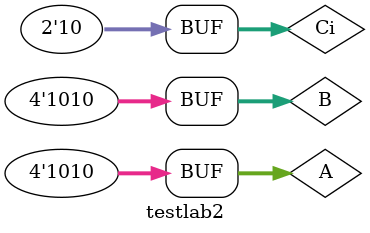
<source format=v>
`timescale 1ns / 1ps


module testlab2;
reg [3:0]A, B;
reg [1:0] Ci;
wire Co;
wire [3:0]S;
lab2 U1 (.co(Co),.s(S),.ci(Ci[0]),.A(A),.B(B));
initial
begin
for (A = 4'b0000; A<= 4'b1001; A = A+ 4'b0001)begin
for (B = 4'b0000; B<= 4'b1001; B = B+ 4'b0001)begin
for (Ci = 2'b00; Ci<= 2'b01; Ci = Ci+ 2'b01)
#10;
end
end
end
endmodule

</source>
